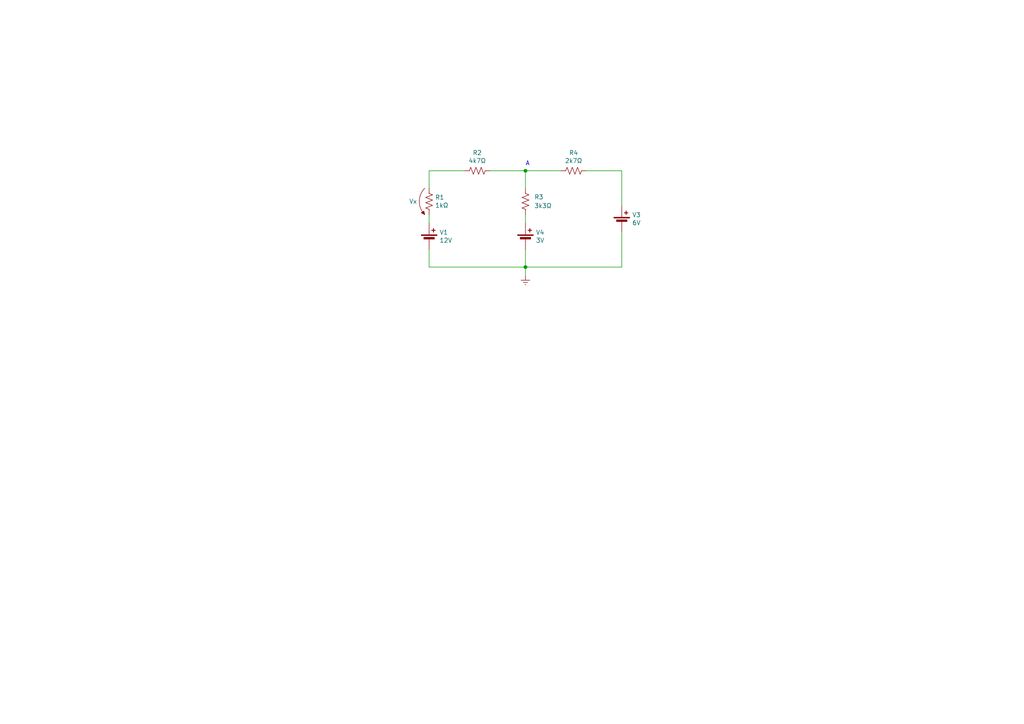
<source format=kicad_sch>
(kicad_sch (version 20230121) (generator eeschema)
  (paper "A4")
  (title_block (title "Questão 5 e 6 - P2/2020 - Noturno") (date "2020-11-18") (rev "0") (company "ETE103 - Fundamentos de Circuitos Analógicos"))
  (lib_symbols
    (symbol "Device:Battery_Cell" (pin_numbers hide) (pin_names (offset 0) hide)
      (property "Reference" "BT" (at 2.54 2.54 0))
      (property "Value" "Battery_Cell" (at 2.54 0 0))
      (symbol "Battery_Cell_0_1"
        (rectangle (start -2.286 1.778) (end 2.286 1.524) (fill (type outline)))
        (rectangle (start -1.524 1.016) (end 1.524 0.508) (fill (type outline)))
        (polyline (pts (xy 0 0.762) (xy 0 0)))
        (polyline (pts (xy 0 1.778) (xy 0 2.54)))
        (polyline (pts (xy 0.762 3.048) (xy 1.778 3.048)) (stroke (width 0.254)))
        (polyline (pts (xy 1.27 3.556) (xy 1.27 2.54)) (stroke (width 0.254)))
      )
      (symbol "Battery_Cell_1_1"
        (pin passive line (at 0 5.08 270) (length 2.54) (name "+") (number "1"))
        (pin passive line (at 0 -2.54 90) (length 2.54) (name "-") (number "2"))
      )
    )
    (symbol "Device:R_US" (pin_numbers hide) (pin_names (offset 0))
      (property "Reference" "R" (at 2.54 0 90))
      (property "Value" "R_US" (at -2.54 0 90))
      (symbol "R_US_0_1"
        (polyline (pts (xy 0 -2.286) (xy 0 -2.54)))
        (polyline (pts (xy 0 2.286) (xy 0 2.54)))
        (polyline (pts (xy 0 -0.762) (xy 1.016 -1.143) (xy 0 -1.524) (xy -1.016 -1.905) (xy 0 -2.286)))
        (polyline (pts (xy 0 0.762) (xy 1.016 0.381) (xy 0 0) (xy -1.016 -0.381) (xy 0 -0.762)))
        (polyline (pts (xy 0 2.286) (xy 1.016 1.905) (xy 0 1.524) (xy -1.016 1.143) (xy 0 0.762)))
      )
      (symbol "R_US_1_1"
        (pin passive line (at 0 3.81 270) (length 1.27) (name "~") (number "1"))
        (pin passive line (at 0 -3.81 90) (length 1.27) (name "~") (number "2"))
      )
    )
    (symbol "Personalizado:seta_tensao_longa" (pin_names (offset 1.016))
      (property "Reference" "V" (at -2.54 0 0))
      (symbol "seta_tensao_longa_0_1"
        (polyline (pts (xy 0 3.81) (xy -1.016 3.302) (xy -0.254 2.794) (xy 0 3.81)) (fill (type outline)))
        (arc (start 0 3.81) (mid -1.5782 0) (end 0 -3.81))
      )
    )
    (symbol "power:Earth" (power) (pin_names (offset 0))
      (symbol "Earth_0_1"
        (polyline (pts (xy -0.635 -1.905) (xy 0.635 -1.905)))
        (polyline (pts (xy -0.127 -2.54) (xy 0.127 -2.54)))
        (polyline (pts (xy 0 -1.27) (xy 0 0)))
        (polyline (pts (xy 1.27 -1.27) (xy -1.27 -1.27)))
      )
      (symbol "Earth_1_1"
        (pin power_in line (at 0 0 270) (length 0) hide (name "Earth") (number "1"))
      )
    )
  )
  (junction (at 152.4 49.53))
  (junction (at 152.4 77.47))
  (wire (pts (xy 124.46 77.47) (xy 124.46 72.39)))
  (wire (pts (xy 152.4 49.53) (xy 162.56 49.53)))
  (wire (pts (xy 142.24 49.53) (xy 152.4 49.53)))
  (wire (pts (xy 124.46 54.61) (xy 124.46 49.53)))
  (wire (pts (xy 180.34 67.31) (xy 180.34 77.47)))
  (wire (pts (xy 152.4 80.01) (xy 152.4 77.47)))
  (wire (pts (xy 124.46 64.77) (xy 124.46 62.23)))
  (wire (pts (xy 180.34 49.53) (xy 180.34 59.69)))
  (wire (pts (xy 152.4 62.23) (xy 152.4 64.77)))
  (wire (pts (xy 152.4 77.47) (xy 180.34 77.47)))
  (wire (pts (xy 152.4 72.39) (xy 152.4 77.47)))
  (wire (pts (xy 170.18 49.53) (xy 180.34 49.53)))
  (wire (pts (xy 152.4 77.47) (xy 124.46 77.47)))
  (wire (pts (xy 124.46 49.53) (xy 134.62 49.53)))
  (wire (pts (xy 152.4 49.53) (xy 152.4 54.61)))
  (text "A" (at 152.4 48.26 0) (effects (font (size 1.27 1.27)) (justify left bottom)))
  (symbol (lib_id "Device:Battery_Cell") (at 124.46 69.85 0) (unit 1)
    (property "Reference" "V1" (at 127.4572 67.4116 0) (effects (justify left)))
    (property "Value" "12V" (at 127.4572 69.723 0) (effects (justify left)))
  )
  (symbol (lib_id "Device:R_US") (at 124.46 58.42 180) (unit 1)
    (property "Reference" "R1" (at 126.1872 57.2516 0) (effects (justify right)))
    (property "Value" "1kΩ" (at 126.1872 59.563 0) (effects (justify right)))
  )
  (symbol (lib_id "Device:R_US") (at 138.43 49.53 90) (unit 1)
    (property "Reference" "R2" (at 138.43 44.323 90))
    (property "Value" "4k7Ω" (at 138.43 46.6344 90))
  )
  (symbol (lib_id "Device:R_US") (at 166.37 49.53 90) (unit 1)
    (property "Reference" "R4" (at 166.37 44.323 90))
    (property "Value" "2k7Ω" (at 166.37 46.6344 90))
  )
  (symbol (lib_id "Device:R_US") (at 152.4 58.42 180) (unit 1)
    (property "Reference" "R3" (at 154.94 57.15 0) (effects (justify right)))
    (property "Value" "3k3Ω" (at 154.94 59.69 0) (effects (justify right)))
  )
  (symbol (lib_id "Device:Battery_Cell") (at 180.34 64.77 0) (unit 1)
    (property "Reference" "V3" (at 183.3372 62.3316 0) (effects (justify left)))
    (property "Value" "6V" (at 183.3372 64.643 0) (effects (justify left)))
  )
  (symbol (lib_id "power:Earth") (at 152.4 80.01 0) (unit 1)
    (property "Reference" "#PWR?" (effects hide))
    (property "Value" "Earth" (effects hide))
  )
  (symbol (lib_id "Personalizado:seta_tensao_longa") (at 123.19 58.42 0) (mirror x) (unit 1)
    (property "Reference" "Vx" (at 120.9769 58.42 0) (effects (justify right)))
    (property "Value" "seta_tensao_longa" (effects hide))
  )
  (symbol (lib_id "Device:Battery_Cell") (at 152.4 69.85 0) (unit 1)
    (property "Reference" "V4" (at 155.3972 67.4116 0) (effects (justify left)))
    (property "Value" "3V" (at 155.3972 69.723 0) (effects (justify left)))
  )
)
</source>
